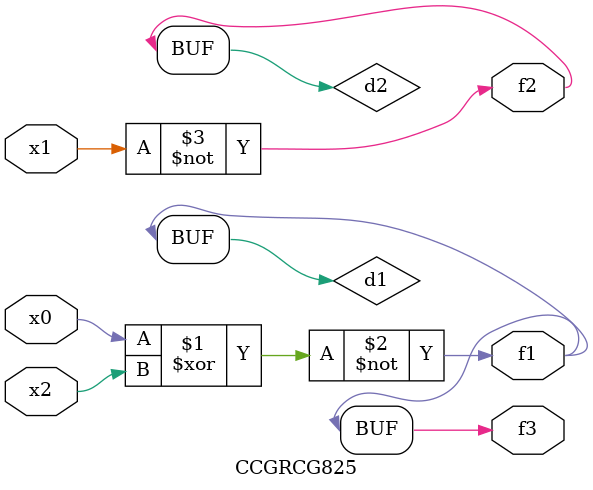
<source format=v>
module CCGRCG825(
	input x0, x1, x2,
	output f1, f2, f3
);

	wire d1, d2, d3;

	xnor (d1, x0, x2);
	nand (d2, x1);
	nor (d3, x1, x2);
	assign f1 = d1;
	assign f2 = d2;
	assign f3 = d1;
endmodule

</source>
